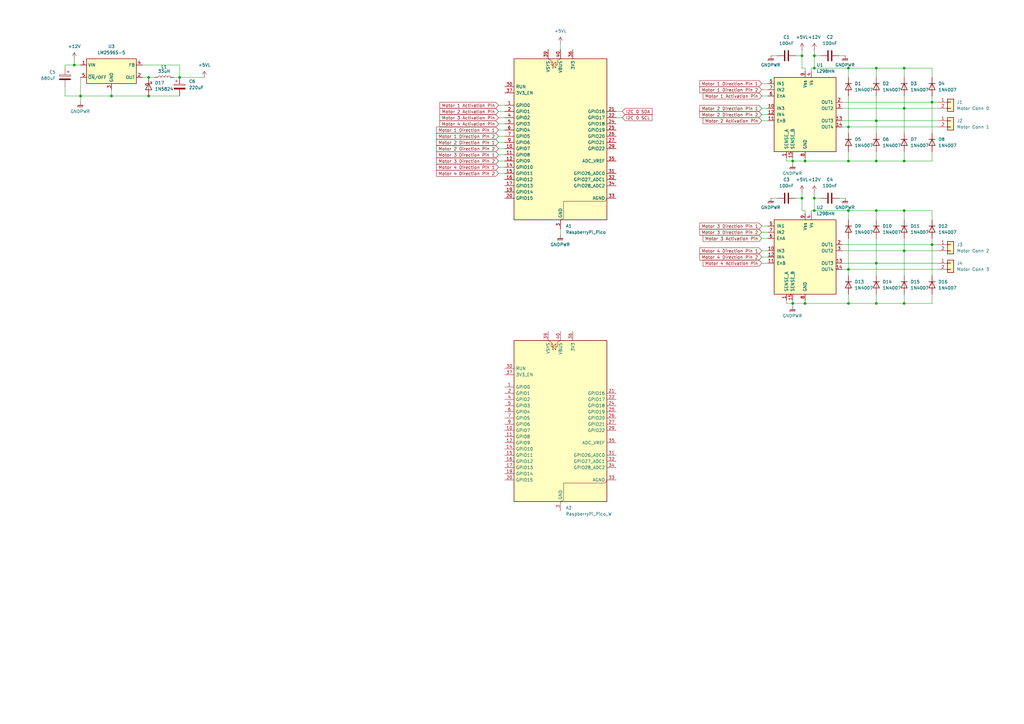
<source format=kicad_sch>
(kicad_sch (version 20250114) (generator "eeschema") (generator_version "9.0")
  (paper "A3")
  (lib_symbols
    (symbol "Connector_Generic:Conn_01x02" (pin_names (offset 1.016) (hide yes))
      (property "Reference" "J" (at 0 2.54 0))
      (property "Value" "Conn_01x02" (at 0 -5.08 0))
      (symbol "Conn_01x02_1_1"
        (rectangle (start -1.27 1.27) (end 1.27 -3.81) (stroke (width 0.254)) (fill (type background)))
        (rectangle (start -1.27 0.127) (end 0 -0.127) (stroke (width 0.1524)))
        (rectangle (start -1.27 -2.413) (end 0 -2.667) (stroke (width 0.1524)))
        (pin passive line (at -5.08 0 0) (length 3.81) (name "Pin_1") (number "1"))
        (pin passive line (at -5.08 -2.54 0) (length 3.81) (name "Pin_2") (number "2"))
      )
    )
    (symbol "Device:C" (pin_numbers (hide yes)) (pin_names (offset 0.254))
      (property "Reference" "C" (at 0.635 2.54 0))
      (property "Value" "C" (at 0.635 -2.54 0))
      (symbol "C_0_1"
        (polyline (pts (xy -2.032 0.762) (xy 2.032 0.762)) (stroke (width 0.508)))
        (polyline (pts (xy -2.032 -0.762) (xy 2.032 -0.762)) (stroke (width 0.508)))
      )
      (symbol "C_1_1"
        (pin passive line (at 0 3.81 270) (length 2.794) (name "~") (number "1"))
        (pin passive line (at 0 -3.81 90) (length 2.794) (name "~") (number "2"))
      )
    )
    (symbol "Device:C_Polarized" (pin_numbers (hide yes)) (pin_names (offset 0.254))
      (property "Reference" "C" (at 0.635 2.54 0))
      (property "Value" "C_Polarized" (at 0.635 -2.54 0))
      (symbol "C_Polarized_0_1"
        (rectangle (start -2.286 0.508) (end 2.286 1.016))
        (polyline (pts (xy -1.778 2.286) (xy -0.762 2.286)))
        (polyline (pts (xy -1.27 2.794) (xy -1.27 1.778)))
        (rectangle (start 2.286 -0.508) (end -2.286 -1.016) (fill (type outline)))
      )
      (symbol "C_Polarized_1_1"
        (pin passive line (at 0 3.81 270) (length 2.794) (name "~") (number "1"))
        (pin passive line (at 0 -3.81 90) (length 2.794) (name "~") (number "2"))
      )
    )
    (symbol "Device:L" (pin_numbers (hide yes)) (pin_names (offset 1.016) (hide yes))
      (property "Reference" "L" (at -1.27 0 90))
      (property "Value" "L" (at 1.905 0 90))
      (symbol "L_0_1"
        (arc (start 0 2.54) (mid 0.6323 1.905) (end 0 1.27))
        (arc (start 0 1.27) (mid 0.6323 0.635) (end 0 0))
        (arc (start 0 0) (mid 0.6323 -0.635) (end 0 -1.27))
        (arc (start 0 -1.27) (mid 0.6323 -1.905) (end 0 -2.54))
      )
      (symbol "L_1_1"
        (pin passive line (at 0 3.81 270) (length 1.27) (name "1") (number "1"))
        (pin passive line (at 0 -3.81 90) (length 1.27) (name "2") (number "2"))
      )
    )
    (symbol "Diode:1N4007" (pin_numbers (hide yes)) (pin_names (hide yes))
      (property "Reference" "D" (at 0 2.54 0))
      (property "Value" "1N4007" (at 0 -2.54 0))
      (symbol "1N4007_0_1"
        (polyline (pts (xy -1.27 1.27) (xy -1.27 -1.27)) (stroke (width 0.254)))
        (polyline (pts (xy 1.27 1.27) (xy 1.27 -1.27) (xy -1.27 0) (xy 1.27 1.27)) (stroke (width 0.254)))
        (polyline (pts (xy 1.27 0) (xy -1.27 0)))
      )
      (symbol "1N4007_1_1"
        (pin passive line (at -3.81 0 0) (length 2.54) (name "K") (number "1"))
        (pin passive line (at 3.81 0 180) (length 2.54) (name "A") (number "2"))
      )
    )
    (symbol "Diode:1N5822" (pin_numbers (hide yes)) (pin_names (offset 1.016) (hide yes))
      (property "Reference" "D" (at 0 2.54 0))
      (property "Value" "1N5822" (at 0 -2.54 0))
      (symbol "1N5822_0_1"
        (polyline (pts (xy -1.905 0.635) (xy -1.905 1.27) (xy -1.27 1.27) (xy -1.27 -1.27) (xy -0.635 -1.27) (xy -0.635 -0.635)) (stroke (width 0.254)))
        (polyline (pts (xy 1.27 1.27) (xy 1.27 -1.27) (xy -1.27 0) (xy 1.27 1.27)) (stroke (width 0.254)))
        (polyline (pts (xy 1.27 0) (xy -1.27 0)))
      )
      (symbol "1N5822_1_1"
        (pin passive line (at -3.81 0 0) (length 2.54) (name "K") (number "1"))
        (pin passive line (at 3.81 0 180) (length 2.54) (name "A") (number "2"))
      )
    )
    (symbol "Driver_Motor:L298HN" (pin_names (offset 1.016))
      (property "Reference" "U" (at -10.16 16.51 0))
      (property "Value" "L298HN" (at 12.7 16.51 0))
      (symbol "L298HN_0_1"
        (rectangle (start -12.7 15.24) (end 12.7 -15.24) (stroke (width 0.254)) (fill (type background)))
      )
      (symbol "L298HN_1_1"
        (pin input line (at -15.24 12.7 0) (length 2.54) (name "IN1") (number "5"))
        (pin input line (at -15.24 10.16 0) (length 2.54) (name "IN2") (number "7"))
        (pin input line (at -15.24 7.62 0) (length 2.54) (name "EnA") (number "6"))
        (pin input line (at -15.24 2.54 0) (length 2.54) (name "IN3") (number "10"))
        (pin input line (at -15.24 0 0) (length 2.54) (name "IN4") (number "12"))
        (pin input line (at -15.24 -2.54 0) (length 2.54) (name "EnB") (number "11"))
        (pin power_in line (at -7.62 -17.78 90) (length 2.54) (name "SENSE_A") (number "1"))
        (pin power_in line (at -5.08 -17.78 90) (length 2.54) (name "SENSE_B") (number "15"))
        (pin power_in line (at 0 17.78 270) (length 2.54) (name "Vss") (number "9"))
        (pin power_in line (at 0 -17.78 90) (length 2.54) (name "GND") (number "8"))
        (pin power_in line (at 2.54 17.78 270) (length 2.54) (name "Vs") (number "4"))
        (pin output line (at 15.24 5.08 180) (length 2.54) (name "OUT1") (number "2"))
        (pin output line (at 15.24 2.54 180) (length 2.54) (name "OUT2") (number "3"))
        (pin output line (at 15.24 -2.54 180) (length 2.54) (name "OUT3") (number "13"))
        (pin output line (at 15.24 -5.08 180) (length 2.54) (name "OUT4") (number "14"))
      )
    )
    (symbol "MCU_Module:RaspberryPi_Pico" (pin_names (offset 0.762))
      (property "Reference" "A" (at -19.05 35.56 0))
      (property "Value" "RaspberryPi_Pico" (at 7.62 35.56 0))
      (symbol "RaspberryPi_Pico_0_1"
        (rectangle (start -19.05 34.29) (end 19.05 -31.75) (stroke (width 0.254)) (fill (type background)))
        (polyline (pts (xy -5.08 34.29) (xy -3.81 33.655) (xy -3.81 31.75) (xy -3.175 31.75)))
        (polyline (pts (xy -3.429 32.766) (xy -3.429 33.02) (xy -3.175 33.02) (xy -3.175 30.48) (xy -2.921 30.48) (xy -2.921 30.734)))
        (polyline (pts (xy -3.175 31.75) (xy -1.905 33.02) (xy -1.905 30.48) (xy -3.175 31.75)))
        (polyline (pts (xy 0 34.29) (xy -1.27 33.655) (xy -1.27 31.75) (xy -1.905 31.75)))
        (polyline (pts (xy 0 -31.75) (xy 1.27 -31.115) (xy 1.27 -24.13) (xy 18.415 -24.13) (xy 19.05 -22.86)))
      )
      (symbol "RaspberryPi_Pico_1_1"
        (pin passive line (at -22.86 22.86 0) (length 3.81) (name "RUN") (number "30"))
        (pin passive line (at -22.86 20.32 0) (length 3.81) (name "3V3_EN") (number "37"))
        (pin bidirectional line (at -22.86 15.24 0) (length 3.81) (name "GPIO0") (number "1"))
        (pin bidirectional line (at -22.86 12.7 0) (length 3.81) (name "GPIO1") (number "2"))
        (pin bidirectional line (at -22.86 10.16 0) (length 3.81) (name "GPIO2") (number "4"))
        (pin bidirectional line (at -22.86 7.62 0) (length 3.81) (name "GPIO3") (number "5"))
        (pin bidirectional line (at -22.86 5.08 0) (length 3.81) (name "GPIO4") (number "6"))
        (pin bidirectional line (at -22.86 2.54 0) (length 3.81) (name "GPIO5") (number "7"))
        (pin bidirectional line (at -22.86 0 0) (length 3.81) (name "GPIO6") (number "9"))
        (pin bidirectional line (at -22.86 -2.54 0) (length 3.81) (name "GPIO7") (number "10"))
        (pin bidirectional line (at -22.86 -5.08 0) (length 3.81) (name "GPIO8") (number "11"))
        (pin bidirectional line (at -22.86 -7.62 0) (length 3.81) (name "GPIO9") (number "12"))
        (pin bidirectional line (at -22.86 -10.16 0) (length 3.81) (name "GPIO10") (number "14"))
        (pin bidirectional line (at -22.86 -12.7 0) (length 3.81) (name "GPIO11") (number "15"))
        (pin bidirectional line (at -22.86 -15.24 0) (length 3.81) (name "GPIO12") (number "16"))
        (pin bidirectional line (at -22.86 -17.78 0) (length 3.81) (name "GPIO13") (number "17"))
        (pin bidirectional line (at -22.86 -20.32 0) (length 3.81) (name "GPIO14") (number "19"))
        (pin bidirectional line (at -22.86 -22.86 0) (length 3.81) (name "GPIO15") (number "20"))
        (pin power_in line (at -5.08 38.1 270) (length 3.81) (name "VSYS") (number "39"))
        (pin power_out line (at 0 38.1 270) (length 3.81) (name "VBUS") (number "40"))
        (pin passive line (at 0 -35.56 90) (length 3.81) (hide yes) (name "GND") (number "13"))
        (pin passive line (at 0 -35.56 90) (length 3.81) (hide yes) (name "GND") (number "18"))
        (pin passive line (at 0 -35.56 90) (length 3.81) (hide yes) (name "GND") (number "23"))
        (pin passive line (at 0 -35.56 90) (length 3.81) (hide yes) (name "GND") (number "28"))
        (pin power_out line (at 0 -35.56 90) (length 3.81) (name "GND") (number "3"))
        (pin passive line (at 0 -35.56 90) (length 3.81) (hide yes) (name "GND") (number "38"))
        (pin passive line (at 0 -35.56 90) (length 3.81) (hide yes) (name "GND") (number "8"))
        (pin power_out line (at 5.08 38.1 270) (length 3.81) (name "3V3") (number "36"))
        (pin bidirectional line (at 22.86 12.7 180) (length 3.81) (name "GPIO16") (number "21"))
        (pin bidirectional line (at 22.86 10.16 180) (length 3.81) (name "GPIO17") (number "22"))
        (pin bidirectional line (at 22.86 7.62 180) (length 3.81) (name "GPIO18") (number "24"))
        (pin bidirectional line (at 22.86 5.08 180) (length 3.81) (name "GPIO19") (number "25"))
        (pin bidirectional line (at 22.86 2.54 180) (length 3.81) (name "GPIO20") (number "26"))
        (pin bidirectional line (at 22.86 0 180) (length 3.81) (name "GPIO21") (number "27"))
        (pin bidirectional line (at 22.86 -2.54 180) (length 3.81) (name "GPIO22") (number "29"))
        (pin power_in line (at 22.86 -7.62 180) (length 3.81) (name "ADC_VREF") (number "35"))
        (pin bidirectional line (at 22.86 -12.7 180) (length 3.81) (name "GPIO26_ADC0") (number "31"))
        (pin bidirectional line (at 22.86 -15.24 180) (length 3.81) (name "GPIO27_ADC1") (number "32"))
        (pin bidirectional line (at 22.86 -17.78 180) (length 3.81) (name "GPIO28_ADC2") (number "34"))
        (pin power_out line (at 22.86 -22.86 180) (length 3.81) (name "AGND") (number "33"))
      )
    )
    (symbol "MCU_Module:RaspberryPi_Pico_W" (pin_names (offset 0.762))
      (property "Reference" "A" (at -19.05 35.56 0))
      (property "Value" "RaspberryPi_Pico_W" (at 7.62 35.56 0))
      (symbol "RaspberryPi_Pico_W_0_1"
        (rectangle (start -19.05 34.29) (end 19.05 -31.75) (stroke (width 0.254)) (fill (type background)))
        (polyline (pts (xy -5.08 34.29) (xy -3.81 33.655) (xy -3.81 31.75) (xy -3.175 31.75)))
        (polyline (pts (xy -3.429 32.766) (xy -3.429 33.02) (xy -3.175 33.02) (xy -3.175 30.48) (xy -2.921 30.48) (xy -2.921 30.734)))
        (polyline (pts (xy -3.175 31.75) (xy -1.905 33.02) (xy -1.905 30.48) (xy -3.175 31.75)))
        (polyline (pts (xy 0 34.29) (xy -1.27 33.655) (xy -1.27 31.75) (xy -1.905 31.75)))
        (polyline (pts (xy 0 -31.75) (xy 1.27 -31.115) (xy 1.27 -24.13) (xy 18.415 -24.13) (xy 19.05 -22.86)))
      )
      (symbol "RaspberryPi_Pico_W_1_1"
        (pin passive line (at -22.86 22.86 0) (length 3.81) (name "RUN") (number "30"))
        (pin passive line (at -22.86 20.32 0) (length 3.81) (name "3V3_EN") (number "37"))
        (pin bidirectional line (at -22.86 15.24 0) (length 3.81) (name "GPIO0") (number "1"))
        (pin bidirectional line (at -22.86 12.7 0) (length 3.81) (name "GPIO1") (number "2"))
        (pin bidirectional line (at -22.86 10.16 0) (length 3.81) (name "GPIO2") (number "4"))
        (pin bidirectional line (at -22.86 7.62 0) (length 3.81) (name "GPIO3") (number "5"))
        (pin bidirectional line (at -22.86 5.08 0) (length 3.81) (name "GPIO4") (number "6"))
        (pin bidirectional line (at -22.86 2.54 0) (length 3.81) (name "GPIO5") (number "7"))
        (pin bidirectional line (at -22.86 0 0) (length 3.81) (name "GPIO6") (number "9"))
        (pin bidirectional line (at -22.86 -2.54 0) (length 3.81) (name "GPIO7") (number "10"))
        (pin bidirectional line (at -22.86 -5.08 0) (length 3.81) (name "GPIO8") (number "11"))
        (pin bidirectional line (at -22.86 -7.62 0) (length 3.81) (name "GPIO9") (number "12"))
        (pin bidirectional line (at -22.86 -10.16 0) (length 3.81) (name "GPIO10") (number "14"))
        (pin bidirectional line (at -22.86 -12.7 0) (length 3.81) (name "GPIO11") (number "15"))
        (pin bidirectional line (at -22.86 -15.24 0) (length 3.81) (name "GPIO12") (number "16"))
        (pin bidirectional line (at -22.86 -17.78 0) (length 3.81) (name "GPIO13") (number "17"))
        (pin bidirectional line (at -22.86 -20.32 0) (length 3.81) (name "GPIO14") (number "19"))
        (pin bidirectional line (at -22.86 -22.86 0) (length 3.81) (name "GPIO15") (number "20"))
        (pin power_in line (at -5.08 38.1 270) (length 3.81) (name "VSYS") (number "39"))
        (pin power_out line (at 0 38.1 270) (length 3.81) (name "VBUS") (number "40"))
        (pin passive line (at 0 -35.56 90) (length 3.81) (hide yes) (name "GND") (number "13"))
        (pin passive line (at 0 -35.56 90) (length 3.81) (hide yes) (name "GND") (number "18"))
        (pin passive line (at 0 -35.56 90) (length 3.81) (hide yes) (name "GND") (number "23"))
        (pin passive line (at 0 -35.56 90) (length 3.81) (hide yes) (name "GND") (number "28"))
        (pin power_out line (at 0 -35.56 90) (length 3.81) (name "GND") (number "3"))
        (pin passive line (at 0 -35.56 90) (length 3.81) (hide yes) (name "GND") (number "38"))
        (pin passive line (at 0 -35.56 90) (length 3.81) (hide yes) (name "GND") (number "8"))
        (pin power_out line (at 5.08 38.1 270) (length 3.81) (name "3V3") (number "36"))
        (pin bidirectional line (at 22.86 12.7 180) (length 3.81) (name "GPIO16") (number "21"))
        (pin bidirectional line (at 22.86 10.16 180) (length 3.81) (name "GPIO17") (number "22"))
        (pin bidirectional line (at 22.86 7.62 180) (length 3.81) (name "GPIO18") (number "24"))
        (pin bidirectional line (at 22.86 5.08 180) (length 3.81) (name "GPIO19") (number "25"))
        (pin bidirectional line (at 22.86 2.54 180) (length 3.81) (name "GPIO20") (number "26"))
        (pin bidirectional line (at 22.86 0 180) (length 3.81) (name "GPIO21") (number "27"))
        (pin bidirectional line (at 22.86 -2.54 180) (length 3.81) (name "GPIO22") (number "29"))
        (pin power_in line (at 22.86 -7.62 180) (length 3.81) (name "ADC_VREF") (number "35"))
        (pin bidirectional line (at 22.86 -12.7 180) (length 3.81) (name "GPIO26_ADC0") (number "31"))
        (pin bidirectional line (at 22.86 -15.24 180) (length 3.81) (name "GPIO27_ADC1") (number "32"))
        (pin bidirectional line (at 22.86 -17.78 180) (length 3.81) (name "GPIO28_ADC2") (number "34"))
        (pin power_out line (at 22.86 -22.86 180) (length 3.81) (name "AGND") (number "33"))
      )
    )
    (symbol "Regulator_Switching:LM2596S-5"
      (property "Reference" "U" (at -10.16 6.35 0))
      (property "Value" "LM2596S-5" (at 0 6.35 0))
      (symbol "LM2596S-5_0_1"
        (rectangle (start -10.16 5.08) (end 10.16 -5.08) (stroke (width 0.254)) (fill (type background)))
      )
      (symbol "LM2596S-5_1_1"
        (pin power_in line (at -12.7 2.54 0) (length 2.54) (name "VIN") (number "1"))
        (pin input line (at -12.7 -2.54 0) (length 2.54) (name "~{ON}/OFF") (number "5"))
        (pin power_in line (at 0 -7.62 90) (length 2.54) (name "GND") (number "3"))
        (pin input line (at 12.7 2.54 180) (length 2.54) (name "FB") (number "4"))
        (pin output line (at 12.7 -2.54 180) (length 2.54) (name "OUT") (number "2"))
      )
    )
    (symbol "power:+12V" (power) (pin_numbers (hide yes)) (pin_names (offset 0) (hide yes))
      (property "Value" "+12V" (at 0 3.556 0))
      (symbol "+12V_0_1"
        (polyline (pts (xy -0.762 1.27) (xy 0 2.54)))
        (polyline (pts (xy 0 2.54) (xy 0.762 1.27)))
        (polyline (pts (xy 0 0) (xy 0 2.54)))
      )
      (symbol "+12V_1_1"
        (pin power_in line (at 0 0 90) (length 0) (name "~") (number "1"))
      )
    )
    (symbol "power:+5VL" (power) (pin_numbers (hide yes)) (pin_names (offset 0) (hide yes))
      (property "Value" "+5VL" (at 0 3.556 0))
      (symbol "+5VL_0_1"
        (polyline (pts (xy -0.762 1.27) (xy 0 2.54)))
        (polyline (pts (xy 0 2.54) (xy 0.762 1.27)))
        (polyline (pts (xy 0 0) (xy 0 2.54)))
      )
      (symbol "+5VL_1_1"
        (pin power_in line (at 0 0 90) (length 0) (name "~") (number "1"))
      )
    )
    (symbol "power:+5VP" (power) (pin_numbers (hide yes)) (pin_names (offset 0) (hide yes))
      (property "Value" "+5VP" (at 0 3.556 0))
      (symbol "+5VP_0_1"
        (polyline (pts (xy -0.762 1.27) (xy 0 2.54)))
        (polyline (pts (xy 0 2.54) (xy 0.762 1.27)))
        (polyline (pts (xy 0 0) (xy 0 2.54)))
      )
      (symbol "+5VP_1_1"
        (pin power_in line (at 0 0 90) (length 0) (name "~") (number "1"))
      )
    )
    (symbol "power:GNDPWR" (power) (pin_numbers (hide yes)) (pin_names (offset 0) (hide yes))
      (property "Value" "GNDPWR" (at 0 -3.302 0))
      (symbol "GNDPWR_0_1"
        (polyline (pts (xy -1.016 -1.27) (xy -1.27 -2.032) (xy -1.27 -2.032)) (stroke (width 0.2032)))
        (polyline (pts (xy -0.508 -1.27) (xy -0.762 -2.032) (xy -0.762 -2.032)) (stroke (width 0.2032)))
        (polyline (pts (xy 0 -1.27) (xy 0 0)))
        (polyline (pts (xy 0 -1.27) (xy -0.254 -2.032) (xy -0.254 -2.032)) (stroke (width 0.2032)))
        (polyline (pts (xy 0.508 -1.27) (xy 0.254 -2.032) (xy 0.254 -2.032)) (stroke (width 0.2032)))
        (polyline (pts (xy 1.016 -1.27) (xy -1.016 -1.27) (xy -1.016 -1.27)) (stroke (width 0.2032)))
        (polyline (pts (xy 1.016 -1.27) (xy 0.762 -2.032) (xy 0.762 -2.032) (xy 0.762 -2.032)) (stroke (width 0.2032)))
      )
      (symbol "GNDPWR_1_1"
        (pin power_in line (at 0 0 270) (length 0) (name "~") (number "1"))
      )
    )
  )
  (junction (at 30.48 26.67))
  (junction (at 334.01 86.36))
  (junction (at 33.02 39.37))
  (junction (at 370.84 44.45))
  (junction (at 359.41 27.94))
  (junction (at 370.84 66.04))
  (junction (at 328.93 81.28))
  (junction (at 370.84 124.46))
  (junction (at 73.66 31.75))
  (junction (at 382.27 100.33))
  (junction (at 325.12 66.04))
  (junction (at 359.41 49.53))
  (junction (at 60.96 31.75))
  (junction (at 347.98 27.94))
  (junction (at 330.2 66.04))
  (junction (at 334.01 22.86))
  (junction (at 45.72 39.37))
  (junction (at 347.98 52.07))
  (junction (at 334.01 81.28))
  (junction (at 359.41 124.46))
  (junction (at 347.98 110.49))
  (junction (at 359.41 107.95))
  (junction (at 334.01 27.94))
  (junction (at 347.98 66.04))
  (junction (at 347.98 86.36))
  (junction (at 347.98 124.46))
  (junction (at 370.84 86.36))
  (junction (at 359.41 66.04))
  (junction (at 382.27 41.91))
  (junction (at 325.12 124.46))
  (junction (at 370.84 102.87))
  (junction (at 330.2 124.46))
  (junction (at 370.84 27.94))
  (junction (at 60.96 39.37))
  (junction (at 328.93 22.86))
  (junction (at 359.41 86.36))
  (wire (pts (xy 347.98 66.04) (xy 359.41 66.04)))
  (wire (pts (xy 359.41 107.95) (xy 359.41 113.03)))
  (wire (pts (xy 370.84 62.23) (xy 370.84 66.04)))
  (wire (pts (xy 326.39 81.28) (xy 328.93 81.28)))
  (wire (pts (xy 332.74 86.36) (xy 334.01 86.36)))
  (wire (pts (xy 312.42 49.53) (xy 314.96 49.53)))
  (wire (pts (xy 204.47 58.42) (xy 207.01 58.42)))
  (wire (pts (xy 359.41 124.46) (xy 370.84 124.46)))
  (wire (pts (xy 312.42 105.41) (xy 314.96 105.41)))
  (wire (pts (xy 316.23 22.86) (xy 318.77 22.86)))
  (wire (pts (xy 370.84 124.46) (xy 382.27 124.46)))
  (wire (pts (xy 370.84 66.04) (xy 382.27 66.04)))
  (wire (pts (xy 26.67 26.67) (xy 26.67 27.94)))
  (wire (pts (xy 359.41 62.23) (xy 359.41 66.04)))
  (wire (pts (xy 229.87 93.98) (xy 229.87 96.52)))
  (wire (pts (xy 325.12 64.77) (xy 325.12 66.04)))
  (wire (pts (xy 328.93 78.74) (xy 328.93 81.28)))
  (wire (pts (xy 345.44 110.49) (xy 347.98 110.49)))
  (wire (pts (xy 204.47 45.72) (xy 207.01 45.72)))
  (wire (pts (xy 359.41 66.04) (xy 370.84 66.04)))
  (wire (pts (xy 370.84 86.36) (xy 370.84 90.17)))
  (wire (pts (xy 26.67 35.56) (xy 26.67 39.37)))
  (wire (pts (xy 330.2 27.94) (xy 330.2 29.21)))
  (wire (pts (xy 359.41 49.53) (xy 384.81 49.53)))
  (wire (pts (xy 334.01 86.36) (xy 347.98 86.36)))
  (wire (pts (xy 334.01 81.28) (xy 336.55 81.28)))
  (wire (pts (xy 322.58 123.19) (xy 322.58 124.46)))
  (wire (pts (xy 316.23 81.28) (xy 318.77 81.28)))
  (wire (pts (xy 330.2 86.36) (xy 328.93 86.36)))
  (wire (pts (xy 344.17 81.28) (xy 346.71 81.28)))
  (wire (pts (xy 382.27 120.65) (xy 382.27 124.46)))
  (wire (pts (xy 229.87 17.78) (xy 229.87 20.32)))
  (wire (pts (xy 370.84 27.94) (xy 370.84 31.75)))
  (wire (pts (xy 345.44 41.91) (xy 382.27 41.91)))
  (wire (pts (xy 58.42 31.75) (xy 60.96 31.75)))
  (wire (pts (xy 312.42 36.83) (xy 314.96 36.83)))
  (wire (pts (xy 345.44 102.87) (xy 370.84 102.87)))
  (wire (pts (xy 330.2 87.63) (xy 330.2 86.36)))
  (wire (pts (xy 347.98 39.37) (xy 347.98 52.07)))
  (wire (pts (xy 312.42 97.79) (xy 314.96 97.79)))
  (wire (pts (xy 330.2 124.46) (xy 347.98 124.46)))
  (wire (pts (xy 334.01 22.86) (xy 334.01 27.94)))
  (wire (pts (xy 370.84 102.87) (xy 384.81 102.87)))
  (wire (pts (xy 359.41 107.95) (xy 384.81 107.95)))
  (wire (pts (xy 345.44 49.53) (xy 359.41 49.53)))
  (wire (pts (xy 58.42 26.67) (xy 73.66 26.67)))
  (wire (pts (xy 328.93 22.86) (xy 328.93 27.94)))
  (wire (pts (xy 345.44 100.33) (xy 382.27 100.33)))
  (wire (pts (xy 347.98 97.79) (xy 347.98 110.49)))
  (wire (pts (xy 33.02 26.67) (xy 30.48 26.67)))
  (wire (pts (xy 325.12 124.46) (xy 325.12 125.73)))
  (wire (pts (xy 322.58 64.77) (xy 322.58 66.04)))
  (wire (pts (xy 334.01 20.32) (xy 334.01 22.86)))
  (wire (pts (xy 359.41 27.94) (xy 359.41 31.75)))
  (wire (pts (xy 359.41 90.17) (xy 359.41 86.36)))
  (wire (pts (xy 330.2 124.46) (xy 325.12 124.46)))
  (wire (pts (xy 382.27 100.33) (xy 382.27 113.03)))
  (wire (pts (xy 334.01 27.94) (xy 347.98 27.94)))
  (wire (pts (xy 73.66 26.67) (xy 73.66 31.75)))
  (wire (pts (xy 370.84 44.45) (xy 384.81 44.45)))
  (wire (pts (xy 312.42 95.25) (xy 314.96 95.25)))
  (wire (pts (xy 382.27 100.33) (xy 384.81 100.33)))
  (wire (pts (xy 73.66 31.75) (xy 83.82 31.75)))
  (wire (pts (xy 312.42 46.99) (xy 314.96 46.99)))
  (wire (pts (xy 370.84 44.45) (xy 370.84 54.61)))
  (wire (pts (xy 347.98 110.49) (xy 347.98 113.03)))
  (wire (pts (xy 382.27 31.75) (xy 382.27 27.94)))
  (wire (pts (xy 45.72 39.37) (xy 33.02 39.37)))
  (wire (pts (xy 204.47 53.34) (xy 207.01 53.34)))
  (wire (pts (xy 382.27 86.36) (xy 370.84 86.36)))
  (wire (pts (xy 60.96 39.37) (xy 73.66 39.37)))
  (wire (pts (xy 347.98 90.17) (xy 347.98 86.36)))
  (wire (pts (xy 370.84 86.36) (xy 359.41 86.36)))
  (wire (pts (xy 347.98 27.94) (xy 359.41 27.94)))
  (wire (pts (xy 347.98 62.23) (xy 347.98 66.04)))
  (wire (pts (xy 359.41 86.36) (xy 347.98 86.36)))
  (wire (pts (xy 204.47 71.12) (xy 207.01 71.12)))
  (wire (pts (xy 334.01 78.74) (xy 334.01 81.28)))
  (wire (pts (xy 359.41 39.37) (xy 359.41 49.53)))
  (wire (pts (xy 312.42 39.37) (xy 314.96 39.37)))
  (wire (pts (xy 312.42 44.45) (xy 314.96 44.45)))
  (wire (pts (xy 204.47 48.26) (xy 207.01 48.26)))
  (wire (pts (xy 359.41 120.65) (xy 359.41 124.46)))
  (wire (pts (xy 345.44 52.07) (xy 347.98 52.07)))
  (wire (pts (xy 382.27 97.79) (xy 382.27 100.33)))
  (wire (pts (xy 322.58 66.04) (xy 325.12 66.04)))
  (wire (pts (xy 328.93 27.94) (xy 330.2 27.94)))
  (wire (pts (xy 312.42 107.95) (xy 314.96 107.95)))
  (wire (pts (xy 334.01 81.28) (xy 334.01 86.36)))
  (wire (pts (xy 33.02 39.37) (xy 33.02 41.91)))
  (wire (pts (xy 33.02 31.75) (xy 33.02 39.37)))
  (wire (pts (xy 328.93 20.32) (xy 328.93 22.86)))
  (wire (pts (xy 359.41 27.94) (xy 370.84 27.94)))
  (wire (pts (xy 312.42 92.71) (xy 314.96 92.71)))
  (wire (pts (xy 60.96 31.75) (xy 63.5 31.75)))
  (wire (pts (xy 382.27 41.91) (xy 382.27 54.61)))
  (wire (pts (xy 334.01 27.94) (xy 332.74 27.94)))
  (wire (pts (xy 204.47 68.58) (xy 207.01 68.58)))
  (wire (pts (xy 204.47 60.96) (xy 207.01 60.96)))
  (wire (pts (xy 359.41 97.79) (xy 359.41 107.95)))
  (wire (pts (xy 204.47 55.88) (xy 207.01 55.88)))
  (wire (pts (xy 370.84 97.79) (xy 370.84 102.87)))
  (wire (pts (xy 344.17 22.86) (xy 346.71 22.86)))
  (wire (pts (xy 370.84 120.65) (xy 370.84 124.46)))
  (wire (pts (xy 312.42 102.87) (xy 314.96 102.87)))
  (wire (pts (xy 345.44 44.45) (xy 370.84 44.45)))
  (wire (pts (xy 332.74 27.94) (xy 332.74 29.21)))
  (wire (pts (xy 45.72 39.37) (xy 45.72 36.83)))
  (wire (pts (xy 204.47 66.04) (xy 207.01 66.04)))
  (wire (pts (xy 26.67 39.37) (xy 33.02 39.37)))
  (wire (pts (xy 370.84 102.87) (xy 370.84 113.03)))
  (wire (pts (xy 382.27 90.17) (xy 382.27 86.36)))
  (wire (pts (xy 326.39 22.86) (xy 328.93 22.86)))
  (wire (pts (xy 332.74 87.63) (xy 332.74 86.36)))
  (wire (pts (xy 330.2 64.77) (xy 330.2 66.04)))
  (wire (pts (xy 328.93 81.28) (xy 328.93 86.36)))
  (wire (pts (xy 347.98 110.49) (xy 384.81 110.49)))
  (wire (pts (xy 347.98 52.07) (xy 347.98 54.61)))
  (wire (pts (xy 347.98 52.07) (xy 384.81 52.07)))
  (wire (pts (xy 325.12 66.04) (xy 330.2 66.04)))
  (wire (pts (xy 26.67 26.67) (xy 30.48 26.67)))
  (wire (pts (xy 325.12 66.04) (xy 325.12 67.31)))
  (wire (pts (xy 252.73 45.72) (xy 255.27 45.72)))
  (wire (pts (xy 252.73 48.26) (xy 255.27 48.26)))
  (wire (pts (xy 312.42 34.29) (xy 314.96 34.29)))
  (wire (pts (xy 204.47 50.8) (xy 207.01 50.8)))
  (wire (pts (xy 325.12 124.46) (xy 325.12 123.19)))
  (wire (pts (xy 382.27 62.23) (xy 382.27 66.04)))
  (wire (pts (xy 347.98 66.04) (xy 330.2 66.04)))
  (wire (pts (xy 204.47 63.5) (xy 207.01 63.5)))
  (wire (pts (xy 382.27 39.37) (xy 382.27 41.91)))
  (wire (pts (xy 345.44 107.95) (xy 359.41 107.95)))
  (wire (pts (xy 382.27 41.91) (xy 384.81 41.91)))
  (wire (pts (xy 204.47 43.18) (xy 207.01 43.18)))
  (wire (pts (xy 330.2 123.19) (xy 330.2 124.46)))
  (wire (pts (xy 30.48 26.67) (xy 30.48 24.13)))
  (wire (pts (xy 347.98 120.65) (xy 347.98 124.46)))
  (wire (pts (xy 347.98 27.94) (xy 347.98 31.75)))
  (wire (pts (xy 334.01 22.86) (xy 336.55 22.86)))
  (wire (pts (xy 45.72 39.37) (xy 60.96 39.37)))
  (wire (pts (xy 370.84 27.94) (xy 382.27 27.94)))
  (wire (pts (xy 347.98 124.46) (xy 359.41 124.46)))
  (wire (pts (xy 73.66 31.75) (xy 71.12 31.75)))
  (wire (pts (xy 370.84 39.37) (xy 370.84 44.45)))
  (wire (pts (xy 322.58 124.46) (xy 325.12 124.46)))
  (wire (pts (xy 359.41 49.53) (xy 359.41 54.61)))
  (global_label "Motor 4 Activation Pin" (shape input) (at 204.47 50.8 180) (property "Intersheetrefs" "${INTERSHEET_REFS}" (effects (hide yes))))
  (global_label "Motor 3 Activation Pin" (shape input) (at 204.47 48.26 180) (property "Intersheetrefs" "${INTERSHEET_REFS}" (effects (hide yes))))
  (global_label "Motor 2 Activation Pin" (shape input) (at 312.42 49.53 180) (property "Intersheetrefs" "${INTERSHEET_REFS}" (effects (hide yes))))
  (global_label "Motor 4 Direction Pin 2" (shape input) (at 204.47 71.12 180) (property "Intersheetrefs" "${INTERSHEET_REFS}" (effects (hide yes))))
  (global_label "Motor 3 Activation Pin" (shape input) (at 312.42 97.79 180) (property "Intersheetrefs" "${INTERSHEET_REFS}" (effects (hide yes))))
  (global_label "Motor 1 Activation Pin" (shape input) (at 312.42 39.37 180) (property "Intersheetrefs" "${INTERSHEET_REFS}" (effects (hide yes))))
  (global_label "Motor 1 Direction Pin 2" (shape input) (at 204.47 55.88 180) (property "Intersheetrefs" "${INTERSHEET_REFS}" (effects (hide yes))))
  (global_label "I2C 0 SCL" (shape input) (at 255.27 48.26 0) (property "Intersheetrefs" "${INTERSHEET_REFS}" (effects (hide yes))))
  (global_label "Motor 2 Direction Pin 1" (shape input) (at 312.42 44.45 180) (property "Intersheetrefs" "${INTERSHEET_REFS}" (effects (hide yes))))
  (global_label "Motor 4 Direction Pin 1" (shape input) (at 204.47 68.58 180) (property "Intersheetrefs" "${INTERSHEET_REFS}" (effects (hide yes))))
  (global_label "Motor 3 Direction Pin 2" (shape input) (at 312.42 95.25 180) (property "Intersheetrefs" "${INTERSHEET_REFS}" (effects (hide yes))))
  (global_label "Motor 1 Activation Pin" (shape input) (at 204.47 43.18 180) (property "Intersheetrefs" "${INTERSHEET_REFS}" (effects (hide yes))))
  (global_label "Motor 1 Direction Pin 2" (shape input) (at 312.42 36.83 180) (property "Intersheetrefs" "${INTERSHEET_REFS}" (effects (hide yes))))
  (global_label "Motor 2 Direction Pin 2" (shape input) (at 312.42 46.99 180) (property "Intersheetrefs" "${INTERSHEET_REFS}" (effects (hide yes))))
  (global_label "Motor 2 Direction Pin 2" (shape input) (at 204.47 60.96 180) (property "Intersheetrefs" "${INTERSHEET_REFS}" (effects (hide yes))))
  (global_label "Motor 4 Direction Pin 2" (shape input) (at 312.42 105.41 180) (property "Intersheetrefs" "${INTERSHEET_REFS}" (effects (hide yes))))
  (global_label "Motor 4 Activation Pin" (shape input) (at 312.42 107.95 180) (property "Intersheetrefs" "${INTERSHEET_REFS}" (effects (hide yes))))
  (global_label "Motor 4 Direction Pin 1" (shape input) (at 312.42 102.87 180) (property "Intersheetrefs" "${INTERSHEET_REFS}" (effects (hide yes))))
  (global_label "Motor 3 Direction Pin 2" (shape input) (at 204.47 66.04 180) (property "Intersheetrefs" "${INTERSHEET_REFS}" (effects (hide yes))))
  (global_label "I2C 0 SDA" (shape input) (at 255.27 45.72 0) (property "Intersheetrefs" "${INTERSHEET_REFS}" (effects (hide yes))))
  (global_label "Motor 2 Activation Pin" (shape input) (at 204.47 45.72 180) (property "Intersheetrefs" "${INTERSHEET_REFS}" (effects (hide yes))))
  (global_label "Motor 1 Direction Pin 1" (shape input) (at 312.42 34.29 180) (property "Intersheetrefs" "${INTERSHEET_REFS}" (effects (hide yes))))
  (global_label "Motor 1 Direction Pin 1" (shape input) (at 204.47 53.34 180) (property "Intersheetrefs" "${INTERSHEET_REFS}" (effects (hide yes))))
  (global_label "Motor 3 Direction Pin 1" (shape input) (at 204.47 63.5 180) (property "Intersheetrefs" "${INTERSHEET_REFS}" (effects (hide yes))))
  (global_label "Motor 3 Direction Pin 1" (shape input) (at 312.42 92.71 180) (property "Intersheetrefs" "${INTERSHEET_REFS}" (effects (hide yes))))
  (global_label "Motor 2 Direction Pin 1" (shape input) (at 204.47 58.42 180) (property "Intersheetrefs" "${INTERSHEET_REFS}" (effects (hide yes))))
  (symbol (lib_id "power:GNDPWR") (at 33.02 41.91 0) (unit 1)
    (property "Reference" "#PWR014" (effects (hide yes)))
    (property "Value" "GNDPWR" (at 32.893 45.72 0))
    (property "Description" "Power symbol creates a global label with name \"GNDPWR\" , global ground" (effects (hide yes)))
  )
  (symbol (lib_id "Connector_Generic:Conn_01x02") (at 389.89 41.91 0) (unit 1)
    (property "Reference" "J1" (at 392.43 41.9099 0) (effects (justify left)))
    (property "Value" "Motor Conn 0" (at 392.43 44.4499 0) (effects (justify left)))
    (property "Description" "Generic connector, single row, 01x02, script generated (kicad-library-utils/schlib/autogen/connector/)" (effects (hide yes)))
  )
  (symbol (lib_id "Diode:1N4007") (at 347.98 35.56 270) (unit 1)
    (property "Reference" "D1" (at 350.52 34.2899 90) (effects (justify left)))
    (property "Value" "1N4007" (at 350.52 36.8299 90) (effects (justify left)))
    (property "Footprint" "Diode_THT:D_DO-41_SOD81_P10.16mm_Horizontal" (effects (hide yes)))
    (property "Datasheet" "http://www.vishay.com/docs/88503/1n4001.pdf" (effects (hide yes)))
    (property "Description" "1000V 1A General Purpose Rectifier Diode, DO-41" (effects (hide yes)))
    (property "Sim.Device" "D" (effects (hide yes)))
    (property "Sim.Pins" "1=K 2=A" (effects (hide yes)))
  )
  (symbol (lib_id "Driver_Motor:L298HN") (at 330.2 46.99 0) (unit 1)
    (property "Reference" "U1" (at 334.8833 26.67 0) (effects (justify left)))
    (property "Value" "L298HN" (at 334.8833 29.21 0) (effects (justify left)))
    (property "Footprint" "Package_TO_SOT_THT:TO-220-15_P2.54x2.54mm_StaggerOdd_Lead5.84mm_TabDown" (effects (hide yes)))
    (property "Datasheet" "http://www.st.com/st-web-ui/static/active/en/resource/technical/document/datasheet/CD00000240.pdf" (effects (hide yes)))
    (property "Description" "Dual full bridge motor driver, up to 46V, 4A, Multiwatt15-H" (effects (hide yes)))
  )
  (symbol (lib_id "Diode:1N4007") (at 347.98 116.84 270) (unit 1)
    (property "Reference" "D13" (at 350.52 115.5699 90) (effects (justify left)))
    (property "Value" "1N4007" (at 350.52 118.1099 90) (effects (justify left)))
    (property "Footprint" "Diode_THT:D_DO-41_SOD81_P10.16mm_Horizontal" (effects (hide yes)))
    (property "Datasheet" "http://www.vishay.com/docs/88503/1n4001.pdf" (effects (hide yes)))
    (property "Description" "1000V 1A General Purpose Rectifier Diode, DO-41" (effects (hide yes)))
    (property "Sim.Device" "D" (effects (hide yes)))
    (property "Sim.Pins" "1=K 2=A" (effects (hide yes)))
  )
  (symbol (lib_id "power:+12V") (at 334.01 20.32 0) (unit 1)
    (property "Reference" "#PWR04" (effects (hide yes)))
    (property "Value" "+12V" (at 334.01 15.24 0))
    (property "Description" "Power symbol creates a global label with name \"+12V\"" (effects (hide yes)))
  )
  (symbol (lib_id "power:GNDPWR") (at 346.71 81.28 0) (unit 1)
    (property "Reference" "#PWR010" (effects (hide yes)))
    (property "Value" "GNDPWR" (at 346.583 85.09 0))
    (property "Description" "Power symbol creates a global label with name \"GNDPWR\" , global ground" (effects (hide yes)))
  )
  (symbol (lib_id "power:GNDPWR") (at 316.23 22.86 0) (unit 1)
    (property "Reference" "#PWR08" (effects (hide yes)))
    (property "Value" "GNDPWR" (at 316.103 26.67 0))
    (property "Description" "Power symbol creates a global label with name \"GNDPWR\" , global ground" (effects (hide yes)))
  )
  (symbol (lib_id "Connector_Generic:Conn_01x02") (at 389.89 100.33 0) (unit 1)
    (property "Reference" "J3" (at 392.43 100.3299 0) (effects (justify left)))
    (property "Value" "Motor Conn 2" (at 392.43 102.8699 0) (effects (justify left)))
    (property "Description" "Generic connector, single row, 01x02, script generated (kicad-library-utils/schlib/autogen/connector/)" (effects (hide yes)))
  )
  (symbol (lib_id "Diode:1N4007") (at 359.41 58.42 270) (unit 1)
    (property "Reference" "D6" (at 361.95 57.1499 90) (effects (justify left)))
    (property "Value" "1N4007" (at 361.95 59.6899 90) (effects (justify left)))
    (property "Footprint" "Diode_THT:D_DO-41_SOD81_P10.16mm_Horizontal" (effects (hide yes)))
    (property "Datasheet" "http://www.vishay.com/docs/88503/1n4001.pdf" (effects (hide yes)))
    (property "Description" "1000V 1A General Purpose Rectifier Diode, DO-41" (effects (hide yes)))
    (property "Sim.Device" "D" (effects (hide yes)))
    (property "Sim.Pins" "1=K 2=A" (effects (hide yes)))
  )
  (symbol (lib_id "Regulator_Switching:LM2596S-5") (at 45.72 29.21 0) (unit 1)
    (property "Reference" "U3" (at 45.72 19.05 0))
    (property "Value" "LM2596S-5" (at 45.72 21.59 0))
    (property "Footprint" "Package_TO_SOT_SMD:TO-263-5_TabPin3" (effects (hide yes)))
    (property "Datasheet" "http://www.ti.com/lit/ds/symlink/lm2596.pdf" (effects (hide yes)))
    (property "Description" "5V 3A Step-Down Voltage Regulator, TO-263" (effects (hide yes)))
  )
  (symbol (lib_id "Diode:1N4007") (at 382.27 116.84 270) (unit 1)
    (property "Reference" "D16" (at 384.81 115.5699 90) (effects (justify left)))
    (property "Value" "1N4007" (at 384.81 118.1099 90) (effects (justify left)))
    (property "Footprint" "Diode_THT:D_DO-41_SOD81_P10.16mm_Horizontal" (effects (hide yes)))
    (property "Datasheet" "http://www.vishay.com/docs/88503/1n4001.pdf" (effects (hide yes)))
    (property "Description" "1000V 1A General Purpose Rectifier Diode, DO-41" (effects (hide yes)))
    (property "Sim.Device" "D" (effects (hide yes)))
    (property "Sim.Pins" "1=K 2=A" (effects (hide yes)))
  )
  (symbol (lib_id "power:+5VP") (at 83.82 31.75 0) (unit 1)
    (property "Reference" "#PWR011" (effects (hide yes)))
    (property "Value" "+5VL" (at 83.82 26.67 0))
    (property "Description" "Power symbol creates a global label with name \"+5VP\"" (effects (hide yes)))
  )
  (symbol (lib_id "Diode:1N5822") (at 60.96 35.56 270) (unit 1)
    (property "Reference" "D17" (at 63.5 33.9724 90) (effects (justify left)))
    (property "Value" "1N5824" (at 63.5 36.5124 90) (effects (justify left)))
    (property "Footprint" "Diode_THT:D_DO-201AD_P15.24mm_Horizontal" (effects (hide yes)))
    (property "Datasheet" "http://www.vishay.com/docs/88526/1n5820.pdf" (effects (hide yes)))
    (property "Description" "40V 3A Schottky Barrier Rectifier Diode, DO-201AD" (effects (hide yes)))
  )
  (symbol (lib_id "Device:C_Polarized") (at 26.67 31.75 0) (mirror y) (unit 1)
    (property "Reference" "C5" (at 22.86 29.5909 0) (effects (justify left)))
    (property "Value" "680uF" (at 22.86 32.1309 0) (effects (justify left)))
    (property "Description" "Polarized capacitor" (effects (hide yes)))
  )
  (symbol (lib_id "Device:C_Polarized") (at 73.66 35.56 0) (unit 1)
    (property "Reference" "C6" (at 77.47 33.4009 0) (effects (justify left)))
    (property "Value" "220uF" (at 77.47 35.9409 0) (effects (justify left)))
    (property "Description" "Polarized capacitor" (effects (hide yes)))
  )
  (symbol (lib_id "power:GNDPWR") (at 229.87 96.52 0) (unit 1)
    (property "Reference" "#PWR012" (effects (hide yes)))
    (property "Value" "GNDPWR" (at 229.743 100.33 0))
    (property "Description" "Power symbol creates a global label with name \"GNDPWR\" , global ground" (effects (hide yes)))
  )
  (symbol (lib_id "Diode:1N4007") (at 347.98 93.98 270) (unit 1)
    (property "Reference" "D9" (at 350.52 92.7099 90) (effects (justify left)))
    (property "Value" "1N4007" (at 350.52 95.2499 90) (effects (justify left)))
    (property "Footprint" "Diode_THT:D_DO-41_SOD81_P10.16mm_Horizontal" (effects (hide yes)))
    (property "Datasheet" "http://www.vishay.com/docs/88503/1n4001.pdf" (effects (hide yes)))
    (property "Description" "1000V 1A General Purpose Rectifier Diode, DO-41" (effects (hide yes)))
    (property "Sim.Device" "D" (effects (hide yes)))
    (property "Sim.Pins" "1=K 2=A" (effects (hide yes)))
  )
  (symbol (lib_id "Diode:1N4007") (at 347.98 58.42 270) (unit 1)
    (property "Reference" "D5" (at 350.52 57.1499 90) (effects (justify left)))
    (property "Value" "1N4007" (at 350.52 59.6899 90) (effects (justify left)))
    (property "Footprint" "Diode_THT:D_DO-41_SOD81_P10.16mm_Horizontal" (effects (hide yes)))
    (property "Datasheet" "http://www.vishay.com/docs/88503/1n4001.pdf" (effects (hide yes)))
    (property "Description" "1000V 1A General Purpose Rectifier Diode, DO-41" (effects (hide yes)))
    (property "Sim.Device" "D" (effects (hide yes)))
    (property "Sim.Pins" "1=K 2=A" (effects (hide yes)))
  )
  (symbol (lib_id "Diode:1N4007") (at 359.41 93.98 270) (unit 1)
    (property "Reference" "D10" (at 361.95 92.7099 90) (effects (justify left)))
    (property "Value" "1N4007" (at 361.95 95.2499 90) (effects (justify left)))
    (property "Footprint" "Diode_THT:D_DO-41_SOD81_P10.16mm_Horizontal" (effects (hide yes)))
    (property "Datasheet" "http://www.vishay.com/docs/88503/1n4001.pdf" (effects (hide yes)))
    (property "Description" "1000V 1A General Purpose Rectifier Diode, DO-41" (effects (hide yes)))
    (property "Sim.Device" "D" (effects (hide yes)))
    (property "Sim.Pins" "1=K 2=A" (effects (hide yes)))
  )
  (symbol (lib_id "Diode:1N4007") (at 359.41 35.56 270) (unit 1)
    (property "Reference" "D2" (at 361.95 34.2899 90) (effects (justify left)))
    (property "Value" "1N4007" (at 361.95 36.8299 90) (effects (justify left)))
    (property "Footprint" "Diode_THT:D_DO-41_SOD81_P10.16mm_Horizontal" (effects (hide yes)))
    (property "Datasheet" "http://www.vishay.com/docs/88503/1n4001.pdf" (effects (hide yes)))
    (property "Description" "1000V 1A General Purpose Rectifier Diode, DO-41" (effects (hide yes)))
    (property "Sim.Device" "D" (effects (hide yes)))
    (property "Sim.Pins" "1=K 2=A" (effects (hide yes)))
  )
  (symbol (lib_id "Diode:1N4007") (at 359.41 116.84 270) (unit 1)
    (property "Reference" "D14" (at 361.95 115.5699 90) (effects (justify left)))
    (property "Value" "1N4007" (at 361.95 118.1099 90) (effects (justify left)))
    (property "Footprint" "Diode_THT:D_DO-41_SOD81_P10.16mm_Horizontal" (effects (hide yes)))
    (property "Datasheet" "http://www.vishay.com/docs/88503/1n4001.pdf" (effects (hide yes)))
    (property "Description" "1000V 1A General Purpose Rectifier Diode, DO-41" (effects (hide yes)))
    (property "Sim.Device" "D" (effects (hide yes)))
    (property "Sim.Pins" "1=K 2=A" (effects (hide yes)))
  )
  (symbol (lib_id "Diode:1N4007") (at 370.84 116.84 270) (unit 1)
    (property "Reference" "D15" (at 373.38 115.5699 90) (effects (justify left)))
    (property "Value" "1N4007" (at 373.38 118.1099 90) (effects (justify left)))
    (property "Footprint" "Diode_THT:D_DO-41_SOD81_P10.16mm_Horizontal" (effects (hide yes)))
    (property "Datasheet" "http://www.vishay.com/docs/88503/1n4001.pdf" (effects (hide yes)))
    (property "Description" "1000V 1A General Purpose Rectifier Diode, DO-41" (effects (hide yes)))
    (property "Sim.Device" "D" (effects (hide yes)))
    (property "Sim.Pins" "1=K 2=A" (effects (hide yes)))
  )
  (symbol (lib_id "power:GNDPWR") (at 325.12 67.31 0) (unit 1)
    (property "Reference" "#PWR02" (effects (hide yes)))
    (property "Value" "GNDPWR" (at 324.993 71.12 0))
    (property "Description" "Power symbol creates a global label with name \"GNDPWR\" , global ground" (effects (hide yes)))
  )
  (symbol (lib_id "power:+12V") (at 30.48 24.13 0) (unit 1)
    (property "Reference" "#PWR013" (effects (hide yes)))
    (property "Value" "+12V" (at 30.48 19.05 0))
    (property "Description" "Power symbol creates a global label with name \"+12V\"" (effects (hide yes)))
  )
  (symbol (lib_id "power:+5VL") (at 328.93 20.32 0) (unit 1)
    (property "Reference" "#PWR015" (effects (hide yes)))
    (property "Value" "+5VL" (at 328.93 15.24 0))
    (property "Description" "Power symbol creates a global label with name \"+5VL\"" (effects (hide yes)))
  )
  (symbol (lib_id "power:GNDPWR") (at 346.71 22.86 0) (unit 1)
    (property "Reference" "#PWR07" (effects (hide yes)))
    (property "Value" "GNDPWR" (at 346.583 26.67 0))
    (property "Description" "Power symbol creates a global label with name \"GNDPWR\" , global ground" (effects (hide yes)))
  )
  (symbol (lib_id "Driver_Motor:L298HN") (at 330.2 105.41 0) (unit 1)
    (property "Reference" "U2" (at 334.8833 85.09 0) (effects (justify left)))
    (property "Value" "L298HN" (at 334.8833 87.63 0) (effects (justify left)))
    (property "Footprint" "Package_TO_SOT_THT:TO-220-15_P2.54x2.54mm_StaggerOdd_Lead5.84mm_TabDown" (effects (hide yes)))
    (property "Datasheet" "http://www.st.com/st-web-ui/static/active/en/resource/technical/document/datasheet/CD00000240.pdf" (effects (hide yes)))
    (property "Description" "Dual full bridge motor driver, up to 46V, 4A, Multiwatt15-H" (effects (hide yes)))
  )
  (symbol (lib_id "Connector_Generic:Conn_01x02") (at 389.89 49.53 0) (unit 1)
    (property "Reference" "J2" (at 392.43 49.5299 0) (effects (justify left)))
    (property "Value" "Motor Conn 1" (at 392.43 52.0699 0) (effects (justify left)))
    (property "Description" "Generic connector, single row, 01x02, script generated (kicad-library-utils/schlib/autogen/connector/)" (effects (hide yes)))
  )
  (symbol (lib_id "Diode:1N4007") (at 382.27 93.98 270) (unit 1)
    (property "Reference" "D12" (at 384.81 92.7099 90) (effects (justify left)))
    (property "Value" "1N4007" (at 384.81 95.2499 90) (effects (justify left)))
    (property "Footprint" "Diode_THT:D_DO-41_SOD81_P10.16mm_Horizontal" (effects (hide yes)))
    (property "Datasheet" "http://www.vishay.com/docs/88503/1n4001.pdf" (effects (hide yes)))
    (property "Description" "1000V 1A General Purpose Rectifier Diode, DO-41" (effects (hide yes)))
    (property "Sim.Device" "D" (effects (hide yes)))
    (property "Sim.Pins" "1=K 2=A" (effects (hide yes)))
  )
  (symbol (lib_id "Diode:1N4007") (at 370.84 93.98 270) (unit 1)
    (property "Reference" "D11" (at 373.38 92.7099 90) (effects (justify left)))
    (property "Value" "1N4007" (at 373.38 95.2499 90) (effects (justify left)))
    (property "Footprint" "Diode_THT:D_DO-41_SOD81_P10.16mm_Horizontal" (effects (hide yes)))
    (property "Datasheet" "http://www.vishay.com/docs/88503/1n4001.pdf" (effects (hide yes)))
    (property "Description" "1000V 1A General Purpose Rectifier Diode, DO-41" (effects (hide yes)))
    (property "Sim.Device" "D" (effects (hide yes)))
    (property "Sim.Pins" "1=K 2=A" (effects (hide yes)))
  )
  (symbol (lib_id "power:GNDPWR") (at 316.23 81.28 0) (unit 1)
    (property "Reference" "#PWR09" (effects (hide yes)))
    (property "Value" "GNDPWR" (at 316.103 85.09 0))
    (property "Description" "Power symbol creates a global label with name \"GNDPWR\" , global ground" (effects (hide yes)))
  )
  (symbol (lib_id "power:+5VL") (at 328.93 78.74 0) (unit 1)
    (property "Reference" "#PWR03" (effects (hide yes)))
    (property "Value" "+5VL" (at 328.93 73.66 0))
    (property "Description" "Power symbol creates a global label with name \"+5VL\"" (effects (hide yes)))
  )
  (symbol (lib_id "Device:C") (at 340.36 22.86 270) (unit 1)
    (property "Reference" "C2" (at 340.36 15.24 90))
    (property "Value" "100nF" (at 340.36 17.78 90))
    (property "Description" "Unpolarized capacitor" (effects (hide yes)))
  )
  (symbol (lib_id "Connector_Generic:Conn_01x02") (at 389.89 107.95 0) (unit 1)
    (property "Reference" "J4" (at 392.43 107.9499 0) (effects (justify left)))
    (property "Value" "Motor Conn 3" (at 392.43 110.4899 0) (effects (justify left)))
    (property "Description" "Generic connector, single row, 01x02, script generated (kicad-library-utils/schlib/autogen/connector/)" (effects (hide yes)))
  )
  (symbol (lib_id "power:+12V") (at 334.01 78.74 0) (unit 1)
    (property "Reference" "#PWR06" (effects (hide yes)))
    (property "Value" "+12V" (at 334.01 73.66 0))
    (property "Description" "Power symbol creates a global label with name \"+12V\"" (effects (hide yes)))
  )
  (symbol (lib_id "Device:C") (at 322.58 22.86 270) (unit 1)
    (property "Reference" "C1" (at 322.58 15.24 90))
    (property "Value" "100nF" (at 322.58 17.78 90))
    (property "Description" "Unpolarized capacitor" (effects (hide yes)))
  )
  (symbol (lib_id "Diode:1N4007") (at 370.84 35.56 270) (unit 1)
    (property "Reference" "D3" (at 373.38 34.2899 90) (effects (justify left)))
    (property "Value" "1N4007" (at 373.38 36.8299 90) (effects (justify left)))
    (property "Footprint" "Diode_THT:D_DO-41_SOD81_P10.16mm_Horizontal" (effects (hide yes)))
    (property "Datasheet" "http://www.vishay.com/docs/88503/1n4001.pdf" (effects (hide yes)))
    (property "Description" "1000V 1A General Purpose Rectifier Diode, DO-41" (effects (hide yes)))
    (property "Sim.Device" "D" (effects (hide yes)))
    (property "Sim.Pins" "1=K 2=A" (effects (hide yes)))
  )
  (symbol (lib_id "Diode:1N4007") (at 370.84 58.42 270) (unit 1)
    (property "Reference" "D7" (at 373.38 57.1499 90) (effects (justify left)))
    (property "Value" "1N4007" (at 373.38 59.6899 90) (effects (justify left)))
    (property "Footprint" "Diode_THT:D_DO-41_SOD81_P10.16mm_Horizontal" (effects (hide yes)))
    (property "Datasheet" "http://www.vishay.com/docs/88503/1n4001.pdf" (effects (hide yes)))
    (property "Description" "1000V 1A General Purpose Rectifier Diode, DO-41" (effects (hide yes)))
    (property "Sim.Device" "D" (effects (hide yes)))
    (property "Sim.Pins" "1=K 2=A" (effects (hide yes)))
  )
  (symbol (lib_id "MCU_Module:RaspberryPi_Pico_W") (at 229.87 173.99 0) (unit 1)
    (property "Reference" "A2" (at 232.0133 208.28 0) (effects (justify left)))
    (property "Value" "RaspberryPi_Pico_W" (at 232.0133 210.82 0) (effects (justify left)))
    (property "Footprint" "Module:RaspberryPi_Pico_W_SMD_HandSolder" (effects (hide yes)))
    (property "Datasheet" "https://datasheets.raspberrypi.com/picow/pico-w-datasheet.pdf" (effects (hide yes)))
    (property "Description" "Versatile and inexpensive wireless microcontroller module powered by RP2040 dual-core Arm Cortex-M0+ processor up to 133 MHz, 264kB SRAM, 2MB QSPI flash, Infineon CYW43439 2.4GHz 802.11n wireless LAN; also supports Raspberry Pi Pico 2 W" (effects (hide yes)))
  )
  (symbol (lib_id "Device:L") (at 67.31 31.75 90) (unit 1)
    (property "Reference" "L1" (at 67.31 26.67 90) (effects (justify bottom)))
    (property "Value" "33uH" (at 67.31 29.21 90))
    (property "Description" "Inductor" (effects (hide yes)))
  )
  (symbol (lib_id "Diode:1N4007") (at 382.27 58.42 270) (unit 1)
    (property "Reference" "D8" (at 384.81 57.1499 90) (effects (justify left)))
    (property "Value" "1N4007" (at 384.81 59.6899 90) (effects (justify left)))
    (property "Footprint" "Diode_THT:D_DO-41_SOD81_P10.16mm_Horizontal" (effects (hide yes)))
    (property "Datasheet" "http://www.vishay.com/docs/88503/1n4001.pdf" (effects (hide yes)))
    (property "Description" "1000V 1A General Purpose Rectifier Diode, DO-41" (effects (hide yes)))
    (property "Sim.Device" "D" (effects (hide yes)))
    (property "Sim.Pins" "1=K 2=A" (effects (hide yes)))
  )
  (symbol (lib_id "power:+5VL") (at 229.87 17.78 0) (unit 1)
    (property "Reference" "#PWR05" (effects (hide yes)))
    (property "Value" "+5VL" (at 229.87 12.7 0))
    (property "Description" "Power symbol creates a global label with name \"+5VL\"" (effects (hide yes)))
  )
  (symbol (lib_id "Device:C") (at 340.36 81.28 90) (unit 1)
    (property "Reference" "C4" (at 340.36 73.66 90))
    (property "Value" "100nF" (at 340.36 76.2 90))
    (property "Description" "Unpolarized capacitor" (effects (hide yes)))
  )
  (symbol (lib_id "Device:C") (at 322.58 81.28 90) (unit 1)
    (property "Reference" "C3" (at 322.58 73.66 90))
    (property "Value" "100nF" (at 322.58 76.2 90))
    (property "Description" "Unpolarized capacitor" (effects (hide yes)))
  )
  (symbol (lib_id "MCU_Module:RaspberryPi_Pico") (at 229.87 58.42 0) (unit 1)
    (property "Reference" "A1" (at 232.0133 92.71 0) (effects (justify left)))
    (property "Value" "RaspberryPi_Pico" (at 232.0133 95.25 0) (effects (justify left)))
    (property "Footprint" "Module:RaspberryPi_Pico_Common_Unspecified" (effects (hide yes)))
    (property "Datasheet" "https://datasheets.raspberrypi.com/pico/pico-datasheet.pdf" (effects (hide yes)))
    (property "Description" "Versatile and inexpensive microcontroller module powered by RP2040 dual-core Arm Cortex-M0+ processor up to 133 MHz, 264kB SRAM, 2MB QSPI flash; also supports Raspberry Pi Pico 2" (effects (hide yes)))
  )
  (symbol (lib_id "Diode:1N4007") (at 382.27 35.56 270) (unit 1)
    (property "Reference" "D4" (at 384.81 34.2899 90) (effects (justify left)))
    (property "Value" "1N4007" (at 384.81 36.8299 90) (effects (justify left)))
    (property "Footprint" "Diode_THT:D_DO-41_SOD81_P10.16mm_Horizontal" (effects (hide yes)))
    (property "Datasheet" "http://www.vishay.com/docs/88503/1n4001.pdf" (effects (hide yes)))
    (property "Description" "1000V 1A General Purpose Rectifier Diode, DO-41" (effects (hide yes)))
    (property "Sim.Device" "D" (effects (hide yes)))
    (property "Sim.Pins" "1=K 2=A" (effects (hide yes)))
  )
  (symbol (lib_id "power:GNDPWR") (at 325.12 125.73 0) (unit 1)
    (property "Reference" "#PWR01" (effects (hide yes)))
    (property "Value" "GNDPWR" (at 324.993 129.54 0))
    (property "Description" "Power symbol creates a global label with name \"GNDPWR\" , global ground" (effects (hide yes)))
  )
)
</source>
